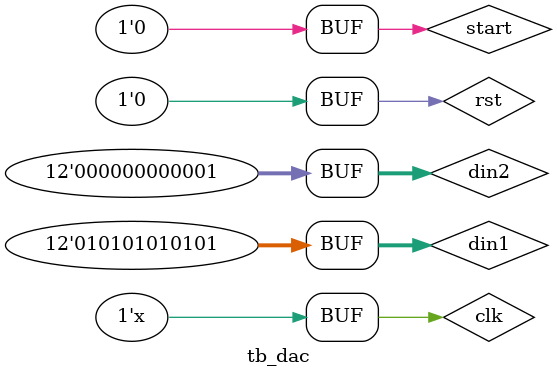
<source format=v>
/********************************************************************/
/*                                                                  */
/* Testbench az AD5628 D/A konverterhez.                            */
/*                                                                  */
/********************************************************************/

`timescale 1ns / 1ps

module tb_dac;
	/* bemenetek */
	reg rst;
	reg clk;
	reg[11:0] din1;
	reg[11:0] din2;
	reg start;

	/* kimenetek */
	wire csn;
	wire mosi;
	wire sclk;

	dac uut(
		.rst(rst),
		.clk(clk),
		.din1(din1),
		.din2(din2),
		.start(start),
		.csn(csn),
		.mosi(mosi),
		.sclk(sclk)
	);

	initial begin
		/* reset */
		rst=1;
		clk=0;
		din1=12'b000000000000;
		din2=12'b000000000000;
		start=0;
		#100;
		/* reset vissza */
		rst=0;
		#206;
		/* start pulzus --> 0x08000001, 0x02100000 */
		start=1;
		#10;
		start=0;
		#300;
		/* start pulzus --> hatastalan, meg tart az elozo atvitel */
		din1=12'b111111111111;
		din2=12'b111111111111;
		start=1;
		#10;
		start=0;
		#2000;
		/* start pulzus --> 0x000AAA00, 0x021AAA00 */
		din1=12'b101010101010;
		din2=12'b101010101010;
		start=1;
		#10;
		start=0;
		#2000;
		/* start pulzus --> 0x00055500, 0x02100100 */
		din1=12'b010101010101;
		din2=12'b000000000001;
		start=1;
		#10;
		start=0;
	end

	always #5 clk<=~clk; //orajel
      
endmodule

</source>
